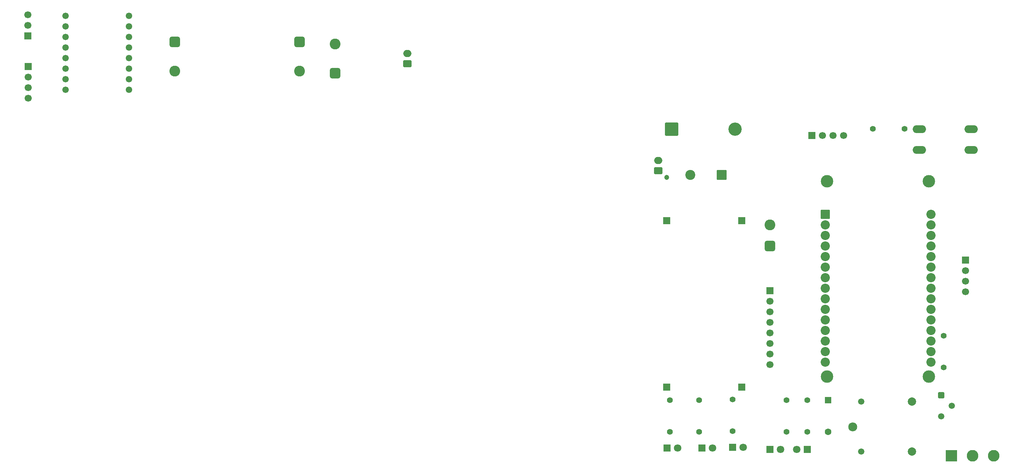
<source format=gbr>
%TF.GenerationSoftware,KiCad,Pcbnew,9.0.4*%
%TF.CreationDate,2025-11-05T16:33:01+05:30*%
%TF.ProjectId,BikeSSv3,42696b65-5353-4763-932e-6b696361645f,rev?*%
%TF.SameCoordinates,Original*%
%TF.FileFunction,Soldermask,Bot*%
%TF.FilePolarity,Negative*%
%FSLAX46Y46*%
G04 Gerber Fmt 4.6, Leading zero omitted, Abs format (unit mm)*
G04 Created by KiCad (PCBNEW 9.0.4) date 2025-11-05 16:33:01*
%MOMM*%
%LPD*%
G01*
G04 APERTURE LIST*
G04 Aperture macros list*
%AMRoundRect*
0 Rectangle with rounded corners*
0 $1 Rounding radius*
0 $2 $3 $4 $5 $6 $7 $8 $9 X,Y pos of 4 corners*
0 Add a 4 corners polygon primitive as box body*
4,1,4,$2,$3,$4,$5,$6,$7,$8,$9,$2,$3,0*
0 Add four circle primitives for the rounded corners*
1,1,$1+$1,$2,$3*
1,1,$1+$1,$4,$5*
1,1,$1+$1,$6,$7*
1,1,$1+$1,$8,$9*
0 Add four rect primitives between the rounded corners*
20,1,$1+$1,$2,$3,$4,$5,0*
20,1,$1+$1,$4,$5,$6,$7,0*
20,1,$1+$1,$6,$7,$8,$9,0*
20,1,$1+$1,$8,$9,$2,$3,0*%
G04 Aperture macros list end*
%ADD10RoundRect,0.250001X0.949999X0.949999X-0.949999X0.949999X-0.949999X-0.949999X0.949999X-0.949999X0*%
%ADD11C,2.400000*%
%ADD12C,1.700000*%
%ADD13R,1.700000X1.700000*%
%ADD14C,2.600000*%
%ADD15RoundRect,0.650000X0.650000X-0.650000X0.650000X0.650000X-0.650000X0.650000X-0.650000X-0.650000X0*%
%ADD16RoundRect,0.650000X-0.650000X0.650000X-0.650000X-0.650000X0.650000X-0.650000X0.650000X0.650000X0*%
%ADD17O,2.000000X1.700000*%
%ADD18RoundRect,0.250000X0.750000X-0.600000X0.750000X0.600000X-0.750000X0.600000X-0.750000X-0.600000X0*%
%ADD19C,1.552000*%
%ADD20C,1.400000*%
%ADD21C,1.800000*%
%ADD22R,1.800000X1.800000*%
%ADD23C,1.500000*%
%ADD24RoundRect,0.250000X-0.500000X0.500000X-0.500000X-0.500000X0.500000X-0.500000X0.500000X0.500000X0*%
%ADD25O,3.200000X1.900000*%
%ADD26C,2.800000*%
%ADD27R,2.800000X2.800000*%
%ADD28C,1.200000*%
%ADD29C,3.200000*%
%ADD30RoundRect,0.250000X-1.350000X-1.350000X1.350000X-1.350000X1.350000X1.350000X-1.350000X1.350000X0*%
%ADD31C,2.004000*%
%ADD32C,2.154000*%
%ADD33C,1.512000*%
%ADD34C,1.600000*%
%ADD35RoundRect,0.250000X-0.550000X0.550000X-0.550000X-0.550000X0.550000X-0.550000X0.550000X0.550000X0*%
%ADD36C,2.204000*%
%ADD37RoundRect,0.102000X-1.000000X-1.000000X1.000000X-1.000000X1.000000X1.000000X-1.000000X1.000000X0*%
%ADD38C,3.000000*%
G04 APERTURE END LIST*
D10*
%TO.C,C101*%
X194372651Y-62000000D03*
D11*
X186872651Y-62000000D03*
%TD*%
D12*
%TO.C,J109*%
X27750000Y-43580000D03*
X27750000Y-41040000D03*
X27750000Y-38500000D03*
D13*
X27750000Y-35960000D03*
%TD*%
D14*
%TO.C,TP102*%
X101500000Y-30500000D03*
D15*
X101500000Y-37500000D03*
%TD*%
D12*
%TO.C,J110*%
X27725000Y-23445000D03*
X27725000Y-25985000D03*
D13*
X27725000Y-28525000D03*
%TD*%
D14*
%TO.C,TP104*%
X93000000Y-37000000D03*
D16*
X93000000Y-30000000D03*
%TD*%
D14*
%TO.C,TP105*%
X63000000Y-37000000D03*
D16*
X63000000Y-30000000D03*
%TD*%
D17*
%TO.C,J111*%
X118850000Y-32750000D03*
D18*
X118850000Y-35250000D03*
%TD*%
D19*
%TO.C,U102*%
X51990000Y-26290000D03*
X36750000Y-41530000D03*
X36750000Y-38990000D03*
X36750000Y-36450000D03*
X36750000Y-33910000D03*
X36750000Y-31370000D03*
X36750000Y-28830000D03*
X36750000Y-26290000D03*
X51990000Y-23750000D03*
X36750000Y-23750000D03*
X51990000Y-31370000D03*
X51990000Y-28830000D03*
X51990000Y-33910000D03*
X51990000Y-36450000D03*
X51990000Y-38990000D03*
X51990000Y-41530000D03*
%TD*%
D12*
%TO.C,J107*%
X223720000Y-52525000D03*
X221180000Y-52525000D03*
X218640000Y-52525000D03*
D13*
X216100000Y-52525000D03*
%TD*%
D20*
%TO.C,R103*%
X182000000Y-116190000D03*
X182000000Y-123810000D03*
%TD*%
%TO.C,R105*%
X215000000Y-123810000D03*
X215000000Y-116190000D03*
%TD*%
%TO.C,R102*%
X197000000Y-115990000D03*
X197000000Y-123610000D03*
%TD*%
D21*
%TO.C,D103*%
X199590000Y-127525000D03*
D22*
X197050000Y-127525000D03*
%TD*%
D23*
%TO.C,Q101*%
X247180000Y-120065000D03*
X249720000Y-117525000D03*
D24*
X247180000Y-114985000D03*
%TD*%
D12*
%TO.C,J104*%
X206000000Y-107620000D03*
X206000000Y-105080000D03*
X206000000Y-102540000D03*
X206000000Y-100000000D03*
X206000000Y-97460000D03*
X206000000Y-94920000D03*
X206000000Y-92380000D03*
D13*
X206000000Y-89840000D03*
%TD*%
%TO.C,J108*%
X181220000Y-113025000D03*
%TD*%
D21*
%TO.C,D106*%
X212460000Y-128000000D03*
D22*
X215000000Y-128000000D03*
%TD*%
D14*
%TO.C,TP101*%
X206000000Y-73985000D03*
D15*
X206000000Y-79065000D03*
%TD*%
D21*
%TO.C,D107*%
X208540000Y-128000000D03*
D22*
X206000000Y-128000000D03*
%TD*%
D25*
%TO.C,SW102*%
X254370000Y-56025000D03*
X241870000Y-56025000D03*
X254370000Y-51025000D03*
X241870000Y-51025000D03*
%TD*%
D12*
%TO.C,J105*%
X253000000Y-90080000D03*
X253000000Y-87540000D03*
X253000000Y-85000000D03*
D13*
X253000000Y-82460000D03*
%TD*%
%TO.C,J106*%
X181220000Y-73025000D03*
%TD*%
D20*
%TO.C,R107*%
X247720000Y-108335000D03*
X247720000Y-100715000D03*
%TD*%
D26*
%TO.C,J112*%
X259800000Y-129600000D03*
X254720000Y-129600000D03*
D27*
X249640000Y-129600000D03*
%TD*%
D17*
%TO.C,J101*%
X179173674Y-58500000D03*
D18*
X179173674Y-61000000D03*
D28*
X181173674Y-62600000D03*
%TD*%
D29*
%TO.C,D101*%
X197620000Y-51000000D03*
D30*
X182380000Y-51000000D03*
%TD*%
D20*
%TO.C,R104*%
X238330000Y-50925000D03*
X230710000Y-50925000D03*
%TD*%
D31*
%TO.C,K101*%
X240100000Y-128525000D03*
X240100000Y-116525000D03*
D32*
X225900000Y-122645000D03*
D33*
X227900000Y-128525000D03*
X227900000Y-116525000D03*
%TD*%
D13*
%TO.C,J103*%
X199220000Y-113025000D03*
%TD*%
D34*
%TO.C,D105*%
X220000000Y-123810000D03*
D35*
X220000000Y-116190000D03*
%TD*%
D21*
%TO.C,D104*%
X183790000Y-127725000D03*
D22*
X181250000Y-127725000D03*
%TD*%
D21*
%TO.C,D102*%
X192190000Y-127725000D03*
D22*
X189650000Y-127725000D03*
%TD*%
D20*
%TO.C,R106*%
X210000000Y-123810000D03*
X210000000Y-116190000D03*
%TD*%
%TO.C,R101*%
X189000000Y-116190000D03*
X189000000Y-123810000D03*
%TD*%
D36*
%TO.C,U101*%
X244700000Y-71485000D03*
X244700000Y-74025000D03*
X244700000Y-76565000D03*
X244700000Y-79105000D03*
X244700000Y-81645000D03*
X244700000Y-84185000D03*
X244700000Y-86725000D03*
X244700000Y-89265000D03*
X244700000Y-91805000D03*
X244700000Y-94345000D03*
X244700000Y-96885000D03*
X244700000Y-99425000D03*
X244700000Y-101965000D03*
X244700000Y-104505000D03*
X244700000Y-107045000D03*
X219300000Y-107045000D03*
X219300000Y-104505000D03*
X219300000Y-101965000D03*
X219300000Y-99425000D03*
X219300000Y-96885000D03*
X219300000Y-94345000D03*
X219300000Y-91805000D03*
X219300000Y-89265000D03*
X219300000Y-86725000D03*
X219300000Y-84185000D03*
X219300000Y-81645000D03*
X219300000Y-79105000D03*
X219300000Y-76565000D03*
X219300000Y-74025000D03*
D37*
X219300000Y-71485000D03*
D38*
X244230000Y-110475000D03*
X244230000Y-63525000D03*
X219720000Y-110475000D03*
X219720000Y-63525000D03*
%TD*%
D13*
%TO.C,J102*%
X199220000Y-73025000D03*
%TD*%
M02*

</source>
